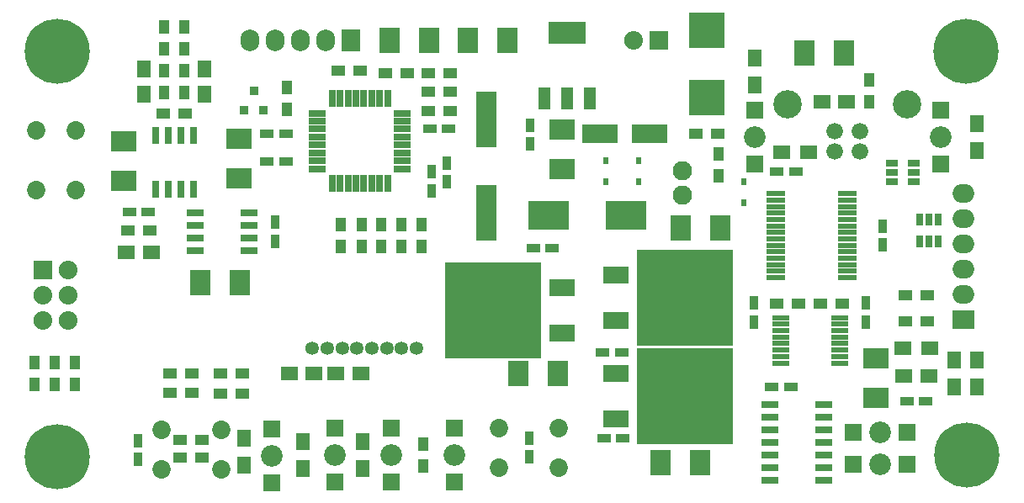
<source format=gbr>
G04 #@! TF.FileFunction,Soldermask,Bot*
%FSLAX46Y46*%
G04 Gerber Fmt 4.6, Leading zero omitted, Abs format (unit mm)*
G04 Created by KiCad (PCBNEW 4.0.3-stable) date 09/02/16 18:28:01*
%MOMM*%
%LPD*%
G01*
G04 APERTURE LIST*
%ADD10C,0.100000*%
%ADD11R,0.602400X0.742400*%
%ADD12R,1.402400X1.652400*%
%ADD13R,1.752400X0.702400*%
%ADD14R,0.702400X1.752400*%
%ADD15R,2.151380X5.651500*%
%ADD16R,1.352400X0.902400*%
%ADD17R,1.652400X1.402400*%
%ADD18R,0.902400X1.352400*%
%ADD19R,1.676400X1.676400*%
%ADD20C,2.184400*%
%ADD21R,3.652520X1.953260*%
%ADD22R,3.652400X3.652400*%
%ADD23R,1.652400X1.452400*%
%ADD24R,1.352400X1.052400*%
%ADD25R,1.052400X1.352400*%
%ADD26R,1.452400X1.652400*%
%ADD27C,1.852400*%
%ADD28R,0.752400X1.702400*%
%ADD29C,1.952400*%
%ADD30C,1.352400*%
%ADD31R,2.652400X2.152400*%
%ADD32R,2.152400X2.652400*%
%ADD33R,4.152900X2.852420*%
%ADD34R,1.879600X1.879600*%
%ADD35O,1.879600X1.879600*%
%ADD36R,0.952500X0.952500*%
%ADD37R,3.810000X2.184400*%
%ADD38R,1.168400X2.184400*%
%ADD39R,1.902400X0.602400*%
%ADD40R,1.652400X0.752400*%
%ADD41R,1.212400X0.802400*%
%ADD42R,1.652400X0.602400*%
%ADD43R,0.802400X1.212400*%
%ADD44R,1.702400X0.752400*%
%ADD45C,6.552400*%
%ADD46C,0.752400*%
%ADD47R,1.879600X2.184400*%
%ADD48O,1.879600X2.184400*%
%ADD49R,2.184400X1.879600*%
%ADD50O,2.184400X1.879600*%
%ADD51C,1.676400*%
%ADD52C,2.852420*%
%ADD53R,2.651760X1.653540*%
%ADD54R,9.692640X9.692640*%
G04 APERTURE END LIST*
D10*
D11*
X161925000Y-56300000D03*
X161925000Y-54190000D03*
X165227000Y-54190000D03*
X165227000Y-56300000D03*
D12*
X115443000Y-47478000D03*
X115443000Y-44978000D03*
D13*
X141410000Y-49397000D03*
X141410000Y-50197000D03*
X141410000Y-50997000D03*
X141410000Y-51797000D03*
X141410000Y-52597000D03*
X141410000Y-53397000D03*
X141410000Y-54197000D03*
X141410000Y-54997000D03*
D14*
X139960000Y-56447000D03*
X139160000Y-56447000D03*
X138360000Y-56447000D03*
X137560000Y-56447000D03*
X136760000Y-56447000D03*
X135960000Y-56447000D03*
X135160000Y-56447000D03*
X134360000Y-56447000D03*
D13*
X132910000Y-54997000D03*
X132910000Y-54197000D03*
X132910000Y-53397000D03*
X132910000Y-52597000D03*
X132910000Y-51797000D03*
X132910000Y-50997000D03*
X132910000Y-50197000D03*
X132910000Y-49397000D03*
D14*
X134360000Y-47947000D03*
X135160000Y-47947000D03*
X135960000Y-47947000D03*
X136760000Y-47947000D03*
X137560000Y-47947000D03*
X138360000Y-47947000D03*
X139160000Y-47947000D03*
X139960000Y-47947000D03*
D15*
X149860000Y-59436000D03*
X149860000Y-50038000D03*
D12*
X121539000Y-44978000D03*
X121539000Y-47478000D03*
D16*
X129728000Y-51435000D03*
X127828000Y-51435000D03*
D17*
X130068000Y-75565000D03*
X132568000Y-75565000D03*
D16*
X115885000Y-59309000D03*
X113985000Y-59309000D03*
D17*
X134767000Y-75565000D03*
X137267000Y-75565000D03*
D16*
X144211000Y-50927000D03*
X146111000Y-50927000D03*
D17*
X113685000Y-63373000D03*
X116185000Y-63373000D03*
D16*
X129728000Y-54229000D03*
X127828000Y-54229000D03*
D18*
X128651000Y-62291000D03*
X128651000Y-60391000D03*
X114808000Y-84262000D03*
X114808000Y-82362000D03*
X154178000Y-84008000D03*
X154178000Y-82108000D03*
X154305000Y-50612000D03*
X154305000Y-52512000D03*
D16*
X179136000Y-55245000D03*
X181036000Y-55245000D03*
D18*
X145923000Y-54422000D03*
X145923000Y-56322000D03*
X144399000Y-55311000D03*
X144399000Y-57211000D03*
D16*
X178628000Y-76962000D03*
X180528000Y-76962000D03*
D18*
X189738000Y-60772000D03*
X189738000Y-62672000D03*
X188087000Y-70419000D03*
X188087000Y-68519000D03*
X176784000Y-70419000D03*
X176784000Y-68519000D03*
D16*
X161610000Y-73469500D03*
X163510000Y-73469500D03*
X161737000Y-82105500D03*
X163637000Y-82105500D03*
X156525000Y-62992000D03*
X154625000Y-62992000D03*
D17*
X194417000Y-75819000D03*
X191917000Y-75819000D03*
D16*
X194117000Y-78359000D03*
X192217000Y-78359000D03*
D19*
X192201800Y-81534000D03*
X186766200Y-81534000D03*
D20*
X189484000Y-81534000D03*
D19*
X192201800Y-84709000D03*
X186766200Y-84709000D03*
D20*
X189484000Y-84709000D03*
D21*
X166329360Y-51435000D03*
X161330640Y-51435000D03*
D19*
X195580000Y-54533800D03*
X195580000Y-49098200D03*
D20*
X195580000Y-51816000D03*
D19*
X176911000Y-54533800D03*
X176911000Y-49098200D03*
D20*
X176911000Y-51816000D03*
D19*
X128270000Y-86588600D03*
X128270000Y-81153000D03*
D20*
X128270000Y-83870800D03*
D19*
X140335000Y-86537800D03*
X140335000Y-81102200D03*
D20*
X140335000Y-83820000D03*
D19*
X146685000Y-86537800D03*
X146685000Y-81102200D03*
D20*
X146685000Y-83820000D03*
D19*
X134620000Y-86537800D03*
X134620000Y-81102200D03*
D20*
X134620000Y-83820000D03*
D22*
X172085000Y-41046400D03*
X172085000Y-47853600D03*
D23*
X182325000Y-53340000D03*
X179625000Y-53340000D03*
X194517000Y-73025000D03*
X191817000Y-73025000D03*
D24*
X118089500Y-75565000D03*
X120289500Y-75565000D03*
X118076800Y-77546200D03*
X120276800Y-77546200D03*
X123106000Y-77597000D03*
X125306000Y-77597000D03*
X123149000Y-75565000D03*
X125349000Y-75565000D03*
D25*
X119507000Y-45128000D03*
X119507000Y-47328000D03*
X117475000Y-45128000D03*
X117475000Y-47328000D03*
X141351000Y-62822000D03*
X141351000Y-60622000D03*
X143383000Y-62822000D03*
X143383000Y-60622000D03*
D24*
X117391000Y-49403000D03*
X119591000Y-49403000D03*
X116035000Y-61214000D03*
X113835000Y-61214000D03*
D25*
X173228000Y-55710000D03*
X173228000Y-53510000D03*
D24*
X173185000Y-51435000D03*
X170985000Y-51435000D03*
D26*
X196977000Y-74215000D03*
X196977000Y-76915000D03*
X199263000Y-74215000D03*
X199263000Y-76915000D03*
D25*
X139344400Y-60622000D03*
X139344400Y-62822000D03*
X137350500Y-60622000D03*
X137350500Y-62822000D03*
X135280400Y-60622000D03*
X135280400Y-62822000D03*
X108458000Y-74465000D03*
X108458000Y-76665000D03*
D24*
X144043400Y-45377100D03*
X146243400Y-45377100D03*
X139743000Y-45364400D03*
X141943000Y-45364400D03*
X144065900Y-49136300D03*
X146265900Y-49136300D03*
X144061000Y-47269400D03*
X146261000Y-47269400D03*
D25*
X106426000Y-74465000D03*
X106426000Y-76665000D03*
D24*
X134967800Y-45072300D03*
X137167800Y-45072300D03*
D25*
X104394000Y-74465000D03*
X104394000Y-76665000D03*
D26*
X199263000Y-50466000D03*
X199263000Y-53166000D03*
X176911000Y-46562000D03*
X176911000Y-43862000D03*
D24*
X119042000Y-84074000D03*
X121242000Y-84074000D03*
X119042000Y-82296000D03*
X121242000Y-82296000D03*
D26*
X125476000Y-82136000D03*
X125476000Y-84836000D03*
D25*
X188429900Y-48280500D03*
X188429900Y-46080500D03*
D24*
X183474000Y-68580000D03*
X185674000Y-68580000D03*
X192067000Y-67691000D03*
X194267000Y-67691000D03*
X192067000Y-70358000D03*
X194267000Y-70358000D03*
X179113000Y-68580000D03*
X181313000Y-68580000D03*
D26*
X137477500Y-82470000D03*
X137477500Y-85170000D03*
D25*
X143573500Y-82720000D03*
X143573500Y-84920000D03*
D26*
X131445000Y-82470000D03*
X131445000Y-85170000D03*
D25*
X119507000Y-40683000D03*
X119507000Y-42883000D03*
X117475000Y-40683000D03*
X117475000Y-42883000D03*
D27*
X123190000Y-85280000D03*
X117190000Y-85280000D03*
X123190000Y-81280000D03*
X117190000Y-81280000D03*
X157130000Y-85090000D03*
X151130000Y-85090000D03*
X157130000Y-81090000D03*
X151130000Y-81090000D03*
X108585000Y-51150000D03*
X108585000Y-57150000D03*
X104585000Y-51150000D03*
X104585000Y-57150000D03*
D28*
X116586000Y-51656000D03*
X117856000Y-51656000D03*
X119126000Y-51656000D03*
X120396000Y-51656000D03*
X120396000Y-57056000D03*
X119126000Y-57056000D03*
X117856000Y-57056000D03*
X116586000Y-57056000D03*
D29*
X169575000Y-55185000D03*
X169575000Y-57685000D03*
D30*
X142875000Y-73025000D03*
X132375000Y-73025000D03*
X141375000Y-73025000D03*
X139875000Y-73025000D03*
X138375000Y-73025000D03*
X136875000Y-73025000D03*
X135375000Y-73025000D03*
X133875000Y-73025000D03*
D31*
X113411000Y-56229000D03*
X113411000Y-52229000D03*
D32*
X125063000Y-66421000D03*
X121063000Y-66421000D03*
D31*
X157480000Y-51054000D03*
X157480000Y-55054000D03*
D32*
X151987000Y-42037000D03*
X147987000Y-42037000D03*
X140113000Y-42037000D03*
X144113000Y-42037000D03*
X181896000Y-43307000D03*
X185896000Y-43307000D03*
D33*
X156131260Y-59690000D03*
X163908740Y-59690000D03*
D32*
X167405300Y-84582000D03*
X171405300Y-84582000D03*
X157067000Y-75565000D03*
X153067000Y-75565000D03*
D17*
X186162000Y-48260000D03*
X183662000Y-48260000D03*
D32*
X169450000Y-60960000D03*
X173450000Y-60960000D03*
D31*
X189103000Y-74073000D03*
X189103000Y-78073000D03*
X124968000Y-55975000D03*
X124968000Y-51975000D03*
D11*
X175768000Y-58420000D03*
X175768000Y-56310000D03*
D34*
X105283000Y-65151000D03*
D35*
X107823000Y-65151000D03*
X105283000Y-67691000D03*
X107823000Y-67691000D03*
X105283000Y-70231000D03*
X107823000Y-70231000D03*
D36*
X127442000Y-49133760D03*
X125542000Y-49133760D03*
X126492000Y-47134780D03*
D37*
X157988000Y-41275000D03*
D38*
X157988000Y-47879000D03*
X155702000Y-47879000D03*
X160274000Y-47879000D03*
D39*
X179026000Y-65947000D03*
X179026000Y-65297000D03*
X179026000Y-64647000D03*
X179026000Y-63997000D03*
X179026000Y-63347000D03*
X179026000Y-62697000D03*
X179026000Y-62047000D03*
X179026000Y-61397000D03*
X179026000Y-60747000D03*
X179026000Y-60097000D03*
X179026000Y-59447000D03*
X179026000Y-58797000D03*
X179026000Y-58147000D03*
X179026000Y-57497000D03*
X186226000Y-57497000D03*
X186226000Y-58147000D03*
X186226000Y-58797000D03*
X186226000Y-59447000D03*
X186226000Y-60097000D03*
X186226000Y-60747000D03*
X186226000Y-61397000D03*
X186226000Y-62047000D03*
X186226000Y-62697000D03*
X186226000Y-63347000D03*
X186226000Y-63997000D03*
X186226000Y-64647000D03*
X186226000Y-65297000D03*
X186226000Y-65947000D03*
D40*
X183802000Y-78740000D03*
X183802000Y-80010000D03*
X183802000Y-81280000D03*
X183802000Y-82550000D03*
X183802000Y-83820000D03*
X183802000Y-85090000D03*
X183802000Y-86360000D03*
X178402000Y-86360000D03*
X178402000Y-85090000D03*
X178402000Y-83820000D03*
X178402000Y-82550000D03*
X178402000Y-81280000D03*
X178402000Y-80010000D03*
X178402000Y-78740000D03*
D41*
X192895400Y-54411800D03*
X192895400Y-55361800D03*
X192895400Y-56311800D03*
X190695400Y-56311800D03*
X190695400Y-54411800D03*
X190695400Y-55361800D03*
D42*
X185449000Y-69988000D03*
X185449000Y-70638000D03*
X185449000Y-71288000D03*
X185449000Y-71938000D03*
X185449000Y-72588000D03*
X185449000Y-73238000D03*
X185449000Y-73888000D03*
X185449000Y-74538000D03*
X179549000Y-74538000D03*
X179549000Y-73888000D03*
X179549000Y-73238000D03*
X179549000Y-72588000D03*
X179549000Y-71938000D03*
X179549000Y-71288000D03*
X179549000Y-70638000D03*
X179549000Y-69988000D03*
D43*
X193487000Y-60114000D03*
X194437000Y-60114000D03*
X195387000Y-60114000D03*
X195387000Y-62314000D03*
X193487000Y-62314000D03*
X194437000Y-62314000D03*
D25*
X129794000Y-46779000D03*
X129794000Y-48979000D03*
D44*
X120617000Y-63246000D03*
X120617000Y-61976000D03*
X120617000Y-60706000D03*
X120617000Y-59436000D03*
X126017000Y-59436000D03*
X126017000Y-60706000D03*
X126017000Y-61976000D03*
X126017000Y-63246000D03*
D45*
X106680000Y-43180000D03*
D46*
X109080000Y-43180000D03*
X108377056Y-44877056D03*
X106680000Y-45580000D03*
X104982944Y-44877056D03*
X104280000Y-43180000D03*
X104982944Y-41482944D03*
X106680000Y-40780000D03*
X108377056Y-41482944D03*
D45*
X106680000Y-83960000D03*
D46*
X109080000Y-83960000D03*
X108377056Y-85657056D03*
X106680000Y-86360000D03*
X104982944Y-85657056D03*
X104280000Y-83960000D03*
X104982944Y-82262944D03*
X106680000Y-81560000D03*
X108377056Y-82262944D03*
D45*
X198260000Y-83820000D03*
D46*
X200660000Y-83820000D03*
X199957056Y-85517056D03*
X198260000Y-86220000D03*
X196562944Y-85517056D03*
X195860000Y-83820000D03*
X196562944Y-82122944D03*
X198260000Y-81420000D03*
X199957056Y-82122944D03*
D45*
X198120000Y-43180000D03*
D46*
X200520000Y-43180000D03*
X199817056Y-44877056D03*
X198120000Y-45580000D03*
X196422944Y-44877056D03*
X195720000Y-43180000D03*
X196422944Y-41482944D03*
X198120000Y-40780000D03*
X199817056Y-41482944D03*
D47*
X136271000Y-42037000D03*
D48*
X133731000Y-42037000D03*
X131191000Y-42037000D03*
X128651000Y-42037000D03*
X126111000Y-42037000D03*
D34*
X167259000Y-42037000D03*
D35*
X164719000Y-42037000D03*
D49*
X197866000Y-70167500D03*
D50*
X197866000Y-67627500D03*
X197866000Y-65087500D03*
X197866000Y-62547500D03*
X197866000Y-60007500D03*
X197866000Y-57467500D03*
D51*
X187482480Y-53213000D03*
X184942480Y-53213000D03*
X184942480Y-51214020D03*
X187482480Y-51214020D03*
D52*
X192211960Y-48514000D03*
X180213000Y-48514000D03*
D53*
X162966764Y-70220840D03*
X162966764Y-65669160D03*
D54*
X169865404Y-67945000D03*
D53*
X162966764Y-80123802D03*
X162966764Y-75572122D03*
D54*
X169865404Y-77847962D03*
D53*
X157480000Y-66939160D03*
X157480000Y-71490840D03*
D54*
X150581360Y-69215000D03*
M02*

</source>
